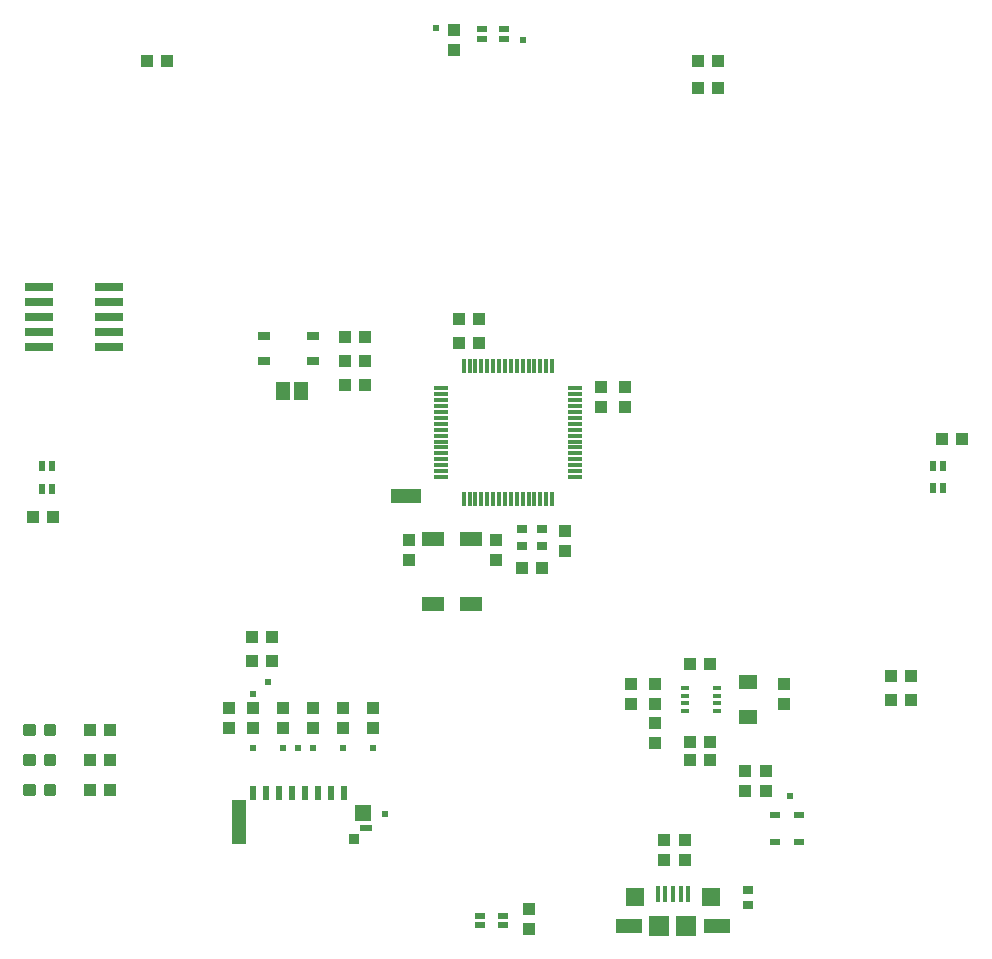
<source format=gtp>
G75*
%MOIN*%
%OFA0B0*%
%FSLAX25Y25*%
%IPPOS*%
%LPD*%
%AMOC8*
5,1,8,0,0,1.08239X$1,22.5*
%
%ADD10R,0.03937X0.04331*%
%ADD11R,0.03543X0.02953*%
%ADD12R,0.04331X0.03937*%
%ADD13R,0.01575X0.05315*%
%ADD14R,0.07087X0.07087*%
%ADD15R,0.09055X0.05118*%
%ADD16R,0.06299X0.06299*%
%ADD17R,0.03543X0.02756*%
%ADD18R,0.10000X0.05000*%
%ADD19R,0.01181X0.04724*%
%ADD20R,0.04724X0.01181*%
%ADD21R,0.09449X0.02992*%
%ADD22R,0.02362X0.04921*%
%ADD23R,0.04724X0.14961*%
%ADD24R,0.05709X0.05512*%
%ADD25R,0.03937X0.02362*%
%ADD26R,0.03740X0.03346*%
%ADD27R,0.03268X0.02480*%
%ADD28R,0.04600X0.06300*%
%ADD29R,0.04134X0.02559*%
%ADD30R,0.02000X0.02000*%
%ADD31C,0.01181*%
%ADD32R,0.02953X0.01575*%
%ADD33R,0.07480X0.05118*%
%ADD34R,0.06299X0.04724*%
%ADD35R,0.03543X0.01969*%
%ADD36R,0.01969X0.03543*%
D10*
X0110197Y0113850D03*
X0110197Y0120543D03*
X0118197Y0120543D03*
X0118197Y0113850D03*
X0128197Y0113850D03*
X0128197Y0120543D03*
X0138197Y0120543D03*
X0138197Y0113850D03*
X0148197Y0113850D03*
X0148197Y0120543D03*
X0158197Y0120543D03*
X0158197Y0113850D03*
X0170197Y0169850D03*
X0170197Y0176543D03*
X0199197Y0176543D03*
X0199197Y0169850D03*
X0222197Y0172850D03*
X0222197Y0179543D03*
X0234197Y0220850D03*
X0234197Y0227543D03*
X0242197Y0227543D03*
X0242197Y0220850D03*
X0244197Y0128543D03*
X0244197Y0121850D03*
X0252197Y0121850D03*
X0252197Y0115543D03*
X0252197Y0108850D03*
X0252197Y0128543D03*
X0282197Y0099543D03*
X0289197Y0099543D03*
X0289197Y0092850D03*
X0282197Y0092850D03*
X0262197Y0076543D03*
X0262197Y0069850D03*
X0255197Y0069850D03*
X0255197Y0076543D03*
X0210197Y0053543D03*
X0210197Y0046850D03*
X0295197Y0121850D03*
X0295197Y0128543D03*
X0185197Y0339850D03*
X0185197Y0346543D03*
D11*
X0207850Y0179953D03*
X0207850Y0174441D03*
X0214543Y0174441D03*
X0214543Y0179953D03*
D12*
X0214543Y0167197D03*
X0207850Y0167197D03*
X0263850Y0135197D03*
X0270543Y0135197D03*
X0270543Y0109197D03*
X0270543Y0103197D03*
X0263850Y0103197D03*
X0263850Y0109197D03*
X0330750Y0123097D03*
X0337443Y0123097D03*
X0337543Y0131197D03*
X0330850Y0131197D03*
X0347850Y0210197D03*
X0354543Y0210197D03*
X0273243Y0327097D03*
X0266550Y0327097D03*
X0266450Y0335997D03*
X0273143Y0335997D03*
X0193543Y0250197D03*
X0186850Y0250197D03*
X0186850Y0242197D03*
X0193543Y0242197D03*
X0155543Y0244197D03*
X0148850Y0244197D03*
X0148850Y0236197D03*
X0155543Y0236197D03*
X0155543Y0228197D03*
X0148850Y0228197D03*
X0124543Y0144197D03*
X0117850Y0144197D03*
X0117850Y0136197D03*
X0124543Y0136197D03*
X0070543Y0113197D03*
X0063850Y0113197D03*
X0063850Y0103197D03*
X0070543Y0103197D03*
X0070543Y0093197D03*
X0063850Y0093197D03*
X0051543Y0184197D03*
X0044850Y0184197D03*
X0082850Y0336197D03*
X0089543Y0336197D03*
D13*
X0253079Y0058339D03*
X0255638Y0058339D03*
X0258197Y0058339D03*
X0260756Y0058339D03*
X0263315Y0058339D03*
D14*
X0262724Y0047905D03*
X0253669Y0047905D03*
D15*
X0243433Y0047905D03*
X0272961Y0047905D03*
D16*
X0270795Y0057492D03*
X0245598Y0057492D03*
D17*
X0283197Y0059756D03*
X0283197Y0054638D03*
D18*
X0169197Y0191197D03*
D19*
X0188433Y0189953D03*
X0190402Y0189953D03*
X0192370Y0189953D03*
X0194339Y0189953D03*
X0196307Y0189953D03*
X0198276Y0189953D03*
X0200244Y0189953D03*
X0202213Y0189953D03*
X0204181Y0189953D03*
X0206150Y0189953D03*
X0208118Y0189953D03*
X0210087Y0189953D03*
X0212055Y0189953D03*
X0214024Y0189953D03*
X0215992Y0189953D03*
X0217961Y0189953D03*
X0217961Y0234441D03*
X0215992Y0234441D03*
X0214024Y0234441D03*
X0212055Y0234441D03*
X0210087Y0234441D03*
X0208118Y0234441D03*
X0206150Y0234441D03*
X0204181Y0234441D03*
X0202213Y0234441D03*
X0200244Y0234441D03*
X0198276Y0234441D03*
X0196307Y0234441D03*
X0194339Y0234441D03*
X0192370Y0234441D03*
X0190402Y0234441D03*
X0188433Y0234441D03*
D20*
X0180953Y0226961D03*
X0180953Y0224992D03*
X0180953Y0223024D03*
X0180953Y0221055D03*
X0180953Y0219087D03*
X0180953Y0217118D03*
X0180953Y0215150D03*
X0180953Y0213181D03*
X0180953Y0211213D03*
X0180953Y0209244D03*
X0180953Y0207276D03*
X0180953Y0205307D03*
X0180953Y0203339D03*
X0180953Y0201370D03*
X0180953Y0199402D03*
X0180953Y0197433D03*
X0225441Y0197433D03*
X0225441Y0199402D03*
X0225441Y0201370D03*
X0225441Y0203339D03*
X0225441Y0205307D03*
X0225441Y0207276D03*
X0225441Y0209244D03*
X0225441Y0211213D03*
X0225441Y0213181D03*
X0225441Y0215150D03*
X0225441Y0217118D03*
X0225441Y0219087D03*
X0225441Y0221055D03*
X0225441Y0223024D03*
X0225441Y0224992D03*
X0225441Y0226961D03*
D21*
X0070111Y0240697D03*
X0070111Y0245697D03*
X0070111Y0250697D03*
X0070111Y0255697D03*
X0070111Y0260697D03*
X0046883Y0260697D03*
X0046883Y0255697D03*
X0046883Y0250697D03*
X0046883Y0245697D03*
X0046883Y0240697D03*
D22*
X0118197Y0092197D03*
X0122528Y0092197D03*
X0126858Y0092197D03*
X0131189Y0092197D03*
X0135520Y0092197D03*
X0139850Y0092197D03*
X0144181Y0092197D03*
X0148512Y0092197D03*
D23*
X0113669Y0082354D03*
D24*
X0155008Y0085504D03*
D25*
X0155795Y0080583D03*
D26*
X0152055Y0076646D03*
D27*
X0292197Y0075669D03*
X0300197Y0075669D03*
X0300197Y0084724D03*
X0292197Y0084724D03*
D28*
X0134197Y0226197D03*
X0128197Y0226197D03*
D29*
X0122028Y0235965D03*
X0122028Y0244419D03*
X0138366Y0244429D03*
X0138366Y0235965D03*
D30*
X0123197Y0129197D03*
X0118197Y0125197D03*
X0118197Y0107197D03*
X0128197Y0107197D03*
X0133197Y0107197D03*
X0138197Y0107197D03*
X0148197Y0107197D03*
X0158197Y0107197D03*
X0162197Y0085197D03*
X0297197Y0091197D03*
X0208197Y0343197D03*
X0179197Y0347197D03*
D31*
X0042366Y0094575D02*
X0042366Y0091819D01*
X0042366Y0094575D02*
X0045122Y0094575D01*
X0045122Y0091819D01*
X0042366Y0091819D01*
X0042366Y0092999D02*
X0045122Y0092999D01*
X0045122Y0094179D02*
X0042366Y0094179D01*
X0049272Y0094575D02*
X0049272Y0091819D01*
X0049272Y0094575D02*
X0052028Y0094575D01*
X0052028Y0091819D01*
X0049272Y0091819D01*
X0049272Y0092999D02*
X0052028Y0092999D01*
X0052028Y0094179D02*
X0049272Y0094179D01*
X0049272Y0101819D02*
X0049272Y0104575D01*
X0052028Y0104575D01*
X0052028Y0101819D01*
X0049272Y0101819D01*
X0049272Y0102999D02*
X0052028Y0102999D01*
X0052028Y0104179D02*
X0049272Y0104179D01*
X0042366Y0104575D02*
X0042366Y0101819D01*
X0042366Y0104575D02*
X0045122Y0104575D01*
X0045122Y0101819D01*
X0042366Y0101819D01*
X0042366Y0102999D02*
X0045122Y0102999D01*
X0045122Y0104179D02*
X0042366Y0104179D01*
X0042366Y0111819D02*
X0042366Y0114575D01*
X0045122Y0114575D01*
X0045122Y0111819D01*
X0042366Y0111819D01*
X0042366Y0112999D02*
X0045122Y0112999D01*
X0045122Y0114179D02*
X0042366Y0114179D01*
X0049272Y0114575D02*
X0049272Y0111819D01*
X0049272Y0114575D02*
X0052028Y0114575D01*
X0052028Y0111819D01*
X0049272Y0111819D01*
X0049272Y0112999D02*
X0052028Y0112999D01*
X0052028Y0114179D02*
X0049272Y0114179D01*
D32*
X0262282Y0119358D03*
X0262282Y0121917D03*
X0262282Y0124476D03*
X0262282Y0127035D03*
X0272912Y0127035D03*
X0272912Y0124476D03*
X0272912Y0121917D03*
X0272912Y0119358D03*
D33*
X0190896Y0154970D03*
X0178298Y0154970D03*
X0178298Y0176624D03*
X0190896Y0176624D03*
D34*
X0283197Y0129102D03*
X0283197Y0117291D03*
D35*
X0201565Y0051191D03*
X0201565Y0047997D03*
X0194028Y0047997D03*
X0194028Y0051191D03*
X0194428Y0343503D03*
X0194428Y0346697D03*
X0201965Y0346697D03*
X0201965Y0343503D03*
D36*
X0344903Y0201165D03*
X0348097Y0201165D03*
X0348097Y0193628D03*
X0344903Y0193628D03*
X0051091Y0193428D03*
X0047897Y0193428D03*
X0047897Y0200965D03*
X0051091Y0200965D03*
M02*

</source>
